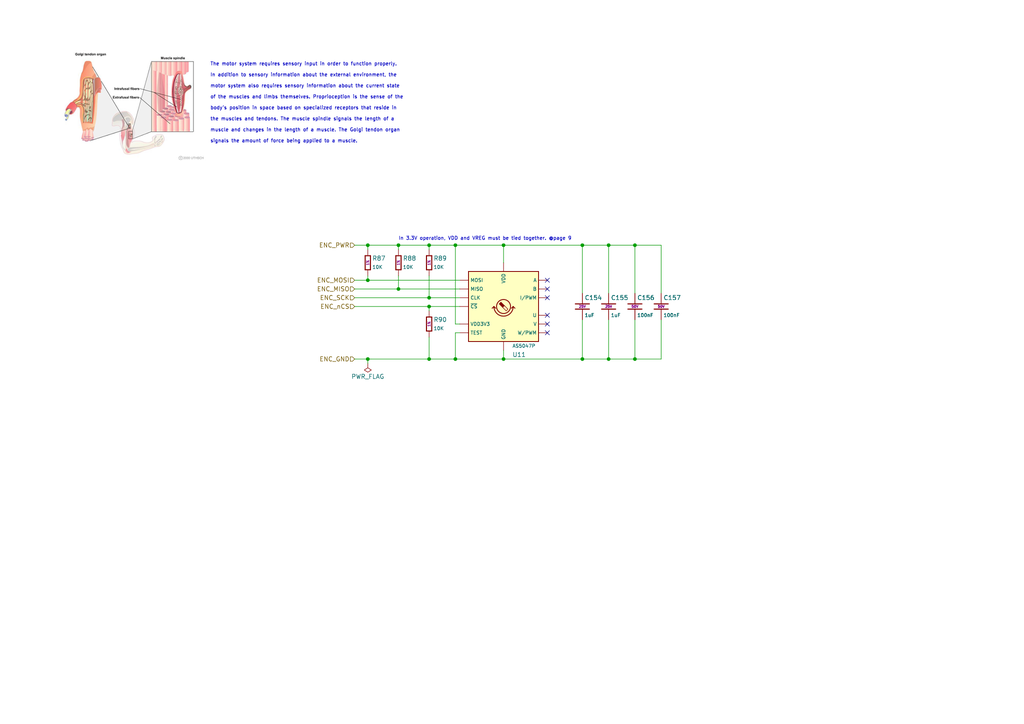
<source format=kicad_sch>
(kicad_sch (version 20211123) (generator eeschema)
  (paper "A4")
  (lib_symbols
    (symbol "CoE_Capacitor:100nF" (pin_numbers hide) (pin_names (offset 0.254) hide)
      (property "Reference" "C" (at 0.635 2.54 0))
      (property "Value" "100nF" (at 0.635 -2.54 0))
      (property "Voltage" "50V" (at 0 0 0))
      (symbol "100nF_1_1"
        (polyline (pts (xy -2.032 -0.762) (xy 2.032 -0.762)) (stroke (width 0.3048)) (fill (type outline)))
        (polyline (pts (xy -2.032 0.762) (xy 2.032 0.762)) (stroke (width 0.3048)) (fill (type outline)))
        (pin passive line (at 0 3.81 270) (length 2.9972) (name "~") (number "1"))
        (pin passive line (at 0 -3.81 90) (length 2.9972) (name "~") (number "2"))
      )
    )
    (symbol "CoE_Capacitor:1uF" (pin_numbers hide) (pin_names (offset 0.254) hide)
      (property "Reference" "C" (at 0.635 2.54 0))
      (property "Value" "1uF" (at 0.635 -2.54 0))
      (property "Voltage" "25V" (at 0 0 0))
      (symbol "1uF_1_1"
        (polyline (pts (xy -2.032 -0.762) (xy 2.032 -0.762)) (stroke (width 0.3048)) (fill (type outline)))
        (polyline (pts (xy -2.032 0.762) (xy 2.032 0.762)) (stroke (width 0.3048)) (fill (type outline)))
        (pin passive line (at 0 3.81 270) (length 2.9972) (name "~") (number "1"))
        (pin passive line (at 0 -3.81 90) (length 2.9972) (name "~") (number "2"))
      )
    )
    (symbol "CoE_IntegratedCircuit:AS5047P" (pin_numbers hide)
      (property "Reference" "U" (at 2.54 -13.97 0))
      (property "Value" "AS5047P" (at 2.54 -11.43 0))
      (symbol "AS5047P_1_1"
        (rectangle (start -10.16 10.16) (end 10.16 -10.16) (stroke (width 0.254)) (fill (type background)))
        (arc (start -2.794 0) (mid 0 -2.794) (end 2.794 0) (stroke (width 0.254)))
        (polyline (pts (xy -2.794 0) (xy -3.302 -0.508)) (stroke (width 0.254)))
        (polyline (pts (xy -2.794 0) (xy -2.286 -0.508)) (stroke (width 0.254)))
        (polyline (pts (xy 2.794 0) (xy 2.286 -0.508)) (stroke (width 0.254)))
        (polyline (pts (xy 2.794 0) (xy 3.302 -0.508)) (stroke (width 0.254)))
        (polyline (pts (xy 0.254 0.254) (xy 1.27 -0.762) (xy 0.762 -1.27) (xy -0.254 -0.254)))
        (polyline (pts (xy -0.762 1.27) (xy 0.254 0.254) (xy -0.254 -0.254) (xy -1.27 0.762) (xy -1.016 1.016) (xy -0.762 1.27) (xy -0.635 1.143)) (fill (type outline)))
        (circle (center 0 0) (radius 2.032) (stroke (width 0.254)))
        (pin input line (at -12.7 0 0) (length 2.54) (name "~{CS}") (number "1"))
        (pin output line (at 12.7 -2.54 180) (length 2.54) (name "U") (number "10"))
        (pin power_in line (at 0 12.7 270) (length 2.54) (name "VDD") (number "11"))
        (pin power_out line (at -12.7 -5.08 0) (length 2.54) (name "VDD3V3") (number "12"))
        (pin power_in line (at 0 -12.7 90) (length 2.54) (name "GND") (number "13"))
        (pin output line (at 12.7 2.54 180) (length 2.54) (name "I/PWM") (number "14"))
        (pin input line (at -12.7 2.54 0) (length 2.54) (name "CLK") (number "2"))
        (pin output line (at -12.7 5.08 0) (length 2.54) (name "MISO") (number "3"))
        (pin input line (at -12.7 7.62 0) (length 2.54) (name "MOSI") (number "4"))
        (pin input line (at -12.7 -7.62 0) (length 2.54) (name "TEST") (number "5"))
        (pin output line (at 12.7 5.08 180) (length 2.54) (name "B") (number "6"))
        (pin output line (at 12.7 7.62 180) (length 2.54) (name "A") (number "7"))
        (pin output line (at 12.7 -7.62 180) (length 2.54) (name "W/PWM") (number "8"))
        (pin output line (at 12.7 -5.08 180) (length 2.54) (name "V") (number "9"))
      )
    )
    (symbol "CoE_Resistor:10K" (pin_numbers hide) (pin_names (offset 0.254) hide)
      (property "Reference" "R" (at 1.27 1.27 0))
      (property "Value" "10K" (at 1.27 -1.27 0))
      (property "Tolerance" "1%" (at 0 0 90))
      (symbol "10K_1_1"
        (polyline (pts (xy -0.762 -2.032) (xy -0.762 2.032)) (stroke (width 0.3048)) (fill (type outline)))
        (polyline (pts (xy 0.762 -2.032) (xy -0.762 -2.032)) (stroke (width 0.3048)) (fill (type outline)))
        (polyline (pts (xy 0.762 -2.032) (xy 0.762 2.032)) (stroke (width 0.3048)) (fill (type outline)))
        (polyline (pts (xy 0.762 2.032) (xy -0.762 2.032)) (stroke (width 0.3048)) (fill (type outline)))
        (pin passive line (at 0 3.81 270) (length 1.6002) (name "~") (number "1"))
        (pin passive line (at 0 -3.81 90) (length 1.6002) (name "~") (number "2"))
      )
    )
    (symbol "power:PWR_FLAG" (power) (pin_numbers hide) (pin_names (offset 0) hide)
      (property "Value" "PWR_FLAG" (at 0 3.81 0))
      (symbol "PWR_FLAG_0_0"
        (pin power_out line (at 0 0 90) (length 0) (name "pwr") (number "1"))
      )
      (symbol "PWR_FLAG_0_1"
        (polyline (pts (xy 0 0) (xy 0 1.27) (xy -1.016 1.905) (xy 0 2.54) (xy 1.016 1.905) (xy 0 1.27)))
      )
    )
  )
  (junction (at 124.46 88.9))
  (junction (at 184.15 104.14))
  (junction (at 115.57 83.82))
  (junction (at 132.08 104.14))
  (junction (at 106.68 104.14))
  (junction (at 168.91 71.12))
  (junction (at 106.68 81.28))
  (junction (at 124.46 104.14))
  (junction (at 132.08 71.12))
  (junction (at 176.53 104.14))
  (junction (at 115.57 71.12))
  (junction (at 168.91 104.14))
  (junction (at 146.05 104.14))
  (junction (at 106.68 71.12))
  (junction (at 124.46 71.12))
  (junction (at 124.46 86.36))
  (junction (at 146.05 71.12))
  (junction (at 184.15 71.12))
  (junction (at 176.53 71.12))
  (no_connect (at 158.75 83.82))
  (no_connect (at 158.75 93.98))
  (no_connect (at 158.75 81.28))
  (no_connect (at 158.75 96.52))
  (no_connect (at 158.75 86.36))
  (no_connect (at 158.75 91.44))
  (wire (pts (xy 168.91 71.12) (xy 176.53 71.12)))
  (wire (pts (xy 132.08 71.12) (xy 146.05 71.12)))
  (wire (pts (xy 124.46 80.01) (xy 124.46 86.36)))
  (wire (pts (xy 102.87 81.28) (xy 106.68 81.28)))
  (wire (pts (xy 168.91 92.71) (xy 168.91 104.14)))
  (wire (pts (xy 102.87 104.14) (xy 106.68 104.14)))
  (wire (pts (xy 176.53 92.71) (xy 176.53 104.14)))
  (wire (pts (xy 176.53 71.12) (xy 176.53 85.09)))
  (wire (pts (xy 106.68 71.12) (xy 102.87 71.12)))
  (wire (pts (xy 176.53 71.12) (xy 184.15 71.12)))
  (wire (pts (xy 146.05 104.14) (xy 146.05 101.6)))
  (wire (pts (xy 176.53 104.14) (xy 168.91 104.14)))
  (wire (pts (xy 132.08 96.52) (xy 132.08 104.14)))
  (wire (pts (xy 102.87 86.36) (xy 124.46 86.36)))
  (wire (pts (xy 184.15 104.14) (xy 176.53 104.14)))
  (wire (pts (xy 124.46 86.36) (xy 133.35 86.36)))
  (wire (pts (xy 132.08 93.98) (xy 132.08 71.12)))
  (wire (pts (xy 106.68 104.14) (xy 106.68 105.41)))
  (wire (pts (xy 184.15 71.12) (xy 184.15 85.09)))
  (wire (pts (xy 168.91 71.12) (xy 146.05 71.12)))
  (wire (pts (xy 124.46 90.17) (xy 124.46 88.9)))
  (wire (pts (xy 184.15 92.71) (xy 184.15 104.14)))
  (wire (pts (xy 191.77 92.71) (xy 191.77 104.14)))
  (wire (pts (xy 115.57 71.12) (xy 106.68 71.12)))
  (wire (pts (xy 102.87 88.9) (xy 124.46 88.9)))
  (wire (pts (xy 191.77 71.12) (xy 191.77 85.09)))
  (wire (pts (xy 115.57 83.82) (xy 133.35 83.82)))
  (wire (pts (xy 133.35 93.98) (xy 132.08 93.98)))
  (wire (pts (xy 124.46 71.12) (xy 115.57 71.12)))
  (wire (pts (xy 124.46 97.79) (xy 124.46 104.14)))
  (wire (pts (xy 132.08 71.12) (xy 124.46 71.12)))
  (wire (pts (xy 106.68 72.39) (xy 106.68 71.12)))
  (wire (pts (xy 102.87 83.82) (xy 115.57 83.82)))
  (wire (pts (xy 146.05 71.12) (xy 146.05 76.2)))
  (wire (pts (xy 133.35 96.52) (xy 132.08 96.52)))
  (wire (pts (xy 115.57 80.01) (xy 115.57 83.82)))
  (wire (pts (xy 124.46 104.14) (xy 132.08 104.14)))
  (wire (pts (xy 106.68 81.28) (xy 133.35 81.28)))
  (wire (pts (xy 115.57 72.39) (xy 115.57 71.12)))
  (wire (pts (xy 132.08 104.14) (xy 146.05 104.14)))
  (wire (pts (xy 106.68 80.01) (xy 106.68 81.28)))
  (wire (pts (xy 184.15 71.12) (xy 191.77 71.12)))
  (wire (pts (xy 124.46 72.39) (xy 124.46 71.12)))
  (wire (pts (xy 168.91 85.09) (xy 168.91 71.12)))
  (wire (pts (xy 124.46 88.9) (xy 133.35 88.9)))
  (wire (pts (xy 168.91 104.14) (xy 146.05 104.14)))
  (wire (pts (xy 191.77 104.14) (xy 184.15 104.14)))
  (wire (pts (xy 106.68 104.14) (xy 124.46 104.14)))
  (image (at 38.1 30.48))
  (text "In 3.3V operation, VDD and VREG must be tied together. @page 9" (at 115.57 69.85 0) (effects (font (size 0.9906 0.9906)) (justify left bottom)))
  (text "The motor system requires sensory input in order to function properly. \n\nIn addition to sensory information about the external environment, the \n\nmotor system also requires sensory information about the current state \n\nof the muscles and limbs themselves. Proprioception is the sense of the \n\nbody’s position in space based on specialized receptors that reside in \n\nthe muscles and tendons. The muscle spindle signals the length of a \n\nmuscle and changes in the length of a muscle. The Golgi tendon organ \n\nsignals the amount of force being applied to a muscle.\n\n" (at 60.96 43.18 0) (effects (font (size 0.9906 0.9906)) (justify left bottom)))
  (hierarchical_label "ENC_GND" (shape input) (at 102.87 104.14 180))
  (hierarchical_label "ENC_PWR" (shape input) (at 102.87 71.12 180))
  (hierarchical_label "ENC_SCK" (shape input) (at 102.87 86.36 180))
  (hierarchical_label "ENC_MOSI" (shape input) (at 102.87 81.28 180))
  (hierarchical_label "ENC_nCS" (shape input) (at 102.87 88.9 180))
  (hierarchical_label "ENC_MISO" (shape input) (at 102.87 83.82 180))
  (symbol (lib_id "CoE_IntegratedCircuit:AS5047P") (at 146.05 88.9 0) (unit 1)
    (property "Reference" "U11" (at 148.59 102.87 0) (effects (justify left)))
    (property "Value" "AS5047P" (at 148.59 100.33 0) (effects (font (size 0.9906 0.9906)) (justify left)))
    (property "Footprint" "Package_SO:TSSOP-14_4.4x5mm_P0.65mm" (effects hide))
    (property "Datasheet" "https://ams.com/documents/20143/36005/AS5047P_DS000324_3-00.pdf" (effects hide))
    (property "MFR Part #" "AS5047P-ATSM" (effects hide))
    (property "Digikey Part #" "AS5047P-ATSMCT-ND" (effects hide))
    (property "RS Components Part #" "2009463" (effects hide))
  )
  (symbol (lib_id "CoE_Resistor:10K") (at 124.46 76.2 0) (unit 1)
    (property "Reference" "R89" (at 125.73 74.93 0) (effects (justify left)))
    (property "Value" "10K" (at 125.73 77.47 0) (effects (font (size 0.9906 0.9906)) (justify left)))
    (property "Footprint" "CoF_Resistor:R-0402" (effects hide))
    (property "Tolerance" "1%" (at 124.46 76.2 90) (effects (font (size 0.7112 0.7112))))
    (property "MFR. Part #" "0402WGF1002TCE" (effects hide))
    (property "JLCPCB Part #" "C25744" (effects hide))
  )
  (symbol (lib_id "CoE_Resistor:10K") (at 115.57 76.2 0) (unit 1)
    (property "Reference" "R88" (at 116.84 74.93 0) (effects (justify left)))
    (property "Value" "10K" (at 116.84 77.47 0) (effects (font (size 0.9906 0.9906)) (justify left)))
    (property "Footprint" "CoF_Resistor:R-0402" (effects hide))
    (property "Tolerance" "1%" (at 115.57 76.2 90) (effects (font (size 0.7112 0.7112))))
    (property "MFR. Part #" "0402WGF1002TCE" (effects hide))
    (property "JLCPCB Part #" "C25744" (effects hide))
  )
  (symbol (lib_id "CoE_Resistor:10K") (at 106.68 76.2 0) (unit 1)
    (property "Reference" "R87" (at 107.95 74.93 0) (effects (justify left)))
    (property "Value" "10K" (at 107.95 77.47 0) (effects (font (size 0.9906 0.9906)) (justify left)))
    (property "Footprint" "CoF_Resistor:R-0402" (effects hide))
    (property "Tolerance" "1%" (at 106.68 76.2 90) (effects (font (size 0.7112 0.7112))))
    (property "MFR. Part #" "0402WGF1002TCE" (effects hide))
    (property "JLCPCB Part #" "C25744" (effects hide))
  )
  (symbol (lib_id "CoE_Resistor:10K") (at 124.46 93.98 0) (unit 1)
    (property "Reference" "R90" (at 125.73 92.71 0) (effects (justify left)))
    (property "Value" "10K" (at 125.73 95.25 0) (effects (font (size 0.9906 0.9906)) (justify left)))
    (property "Footprint" "CoF_Resistor:R-0402" (effects hide))
    (property "Tolerance" "1%" (at 124.46 93.98 90) (effects (font (size 0.7112 0.7112))))
    (property "MFR. Part #" "0402WGF1002TCE" (effects hide))
    (property "JLCPCB Part #" "C25744" (effects hide))
  )
  (symbol (lib_id "CoE_Capacitor:1uF") (at 168.91 88.9 0) (unit 1)
    (property "Reference" "C154" (at 169.545 86.36 0) (effects (justify left)))
    (property "Value" "1uF" (at 169.545 91.44 0) (effects (font (size 0.9906 0.9906)) (justify left)))
    (property "Footprint" "CoF_Capacitor:C-0402" (effects hide))
    (property "Voltage" "25V" (at 168.91 88.9 0) (effects (font (size 0.7112 0.7112))))
    (property "MFR. Part #" "CL05A105KA5NQNC" (effects hide))
    (property "JLCPCB Part #" "C52923" (effects hide))
  )
  (symbol (lib_id "CoE_Capacitor:100nF") (at 184.15 88.9 0) (unit 1)
    (property "Reference" "C156" (at 184.785 86.36 0) (effects (justify left)))
    (property "Value" "100nF" (at 184.785 91.44 0) (effects (font (size 0.9906 0.9906)) (justify left)))
    (property "Footprint" "CoF_Capacitor:C-0402" (effects hide))
    (property "Voltage" "50V" (at 184.15 88.9 0) (effects (font (size 0.7112 0.7112))))
    (property "MFR. Part #" "CL05B104KB54PNC" (effects hide))
    (property "JLCPCB Part #" "C307331" (effects hide))
  )
  (symbol (lib_id "CoE_Capacitor:1uF") (at 176.53 88.9 0) (unit 1)
    (property "Reference" "C155" (at 177.165 86.36 0) (effects (justify left)))
    (property "Value" "1uF" (at 177.165 91.44 0) (effects (font (size 0.9906 0.9906)) (justify left)))
    (property "Footprint" "CoF_Capacitor:C-0402" (effects hide))
    (property "Voltage" "25V" (at 176.53 88.9 0) (effects (font (size 0.7112 0.7112))))
    (property "MFR. Part #" "CL05A105KA5NQNC" (effects hide))
    (property "JLCPCB Part #" "C52923" (effects hide))
  )
  (symbol (lib_id "CoE_Capacitor:100nF") (at 191.77 88.9 0) (unit 1)
    (property "Reference" "C157" (at 192.405 86.36 0) (effects (justify left)))
    (property "Value" "100nF" (at 192.405 91.44 0) (effects (font (size 0.9906 0.9906)) (justify left)))
    (property "Footprint" "CoF_Capacitor:C-0402" (effects hide))
    (property "Voltage" "50V" (at 191.77 88.9 0) (effects (font (size 0.7112 0.7112))))
    (property "MFR. Part #" "CL05B104KB54PNC" (effects hide))
    (property "JLCPCB Part #" "C307331" (effects hide))
  )
  (symbol (lib_id "power:PWR_FLAG") (at 106.68 105.41 180) (unit 1)
    (property "Reference" "#FLG0102" (effects hide))
    (property "Value" "PWR_FLAG" (at 106.68 109.22 0))
  )
)
</source>
